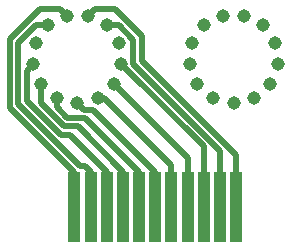
<source format=gbr>
G04 #@! TF.GenerationSoftware,KiCad,Pcbnew,(5.1.5)-3*
G04 #@! TF.CreationDate,2021-12-20T00:35:23-08:00*
G04 #@! TF.ProjectId,tube_holder,74756265-5f68-46f6-9c64-65722e6b6963,rev?*
G04 #@! TF.SameCoordinates,Original*
G04 #@! TF.FileFunction,Copper,L1,Top*
G04 #@! TF.FilePolarity,Positive*
%FSLAX46Y46*%
G04 Gerber Fmt 4.6, Leading zero omitted, Abs format (unit mm)*
G04 Created by KiCad (PCBNEW (5.1.5)-3) date 2021-12-20 00:35:23*
%MOMM*%
%LPD*%
G04 APERTURE LIST*
%ADD10C,1.137920*%
%ADD11R,1.000000X6.000000*%
%ADD12C,0.508000*%
G04 APERTURE END LIST*
D10*
X201639680Y-48281340D03*
X194619120Y-48281340D03*
X198129400Y-53366420D03*
X195040760Y-51743360D03*
X194403220Y-50064420D03*
X201218040Y-51743360D03*
X197232780Y-45967400D03*
X199026020Y-45967400D03*
X200618600Y-46803060D03*
X201855580Y-50064420D03*
X195640200Y-46803060D03*
X199871840Y-52934620D03*
X196386960Y-52934620D03*
D11*
X197876800Y-62142120D03*
X199246800Y-62142120D03*
X200616800Y-62142120D03*
X201986800Y-62142120D03*
X203356800Y-62142120D03*
X204726800Y-62142120D03*
X206096800Y-62142120D03*
X207466800Y-62142120D03*
X208836800Y-62142120D03*
X210206800Y-62142120D03*
X211576800Y-62142120D03*
D10*
X214860380Y-48281340D03*
X207839820Y-48281340D03*
X211350100Y-53366420D03*
X208261460Y-51743360D03*
X207623920Y-50064420D03*
X214438740Y-51743360D03*
X210453480Y-45967400D03*
X212246720Y-45967400D03*
X213839300Y-46803060D03*
X215076280Y-50064420D03*
X208860900Y-46803060D03*
X213092540Y-52934620D03*
X209607660Y-52934620D03*
D12*
X198698359Y-53935379D02*
X198129400Y-53366420D01*
X199467261Y-53935379D02*
X198698359Y-53935379D01*
X204726800Y-62142120D02*
X204726800Y-59194918D01*
X204726800Y-59194918D02*
X199467261Y-53935379D01*
X195040760Y-53394327D02*
X195040760Y-52547990D01*
X196997832Y-55351399D02*
X195040760Y-53394327D01*
X195040760Y-52547990D02*
X195040760Y-51743360D01*
X198143281Y-55351399D02*
X196997832Y-55351399D01*
X201986800Y-62142120D02*
X201986800Y-59194918D01*
X201986800Y-59194918D02*
X198143281Y-55351399D01*
X193834261Y-53189105D02*
X193834261Y-50633379D01*
X196704565Y-56059409D02*
X193834261Y-53189105D01*
X193834261Y-50633379D02*
X194403220Y-50064420D01*
X197481291Y-56059409D02*
X196704565Y-56059409D01*
X200616800Y-62142120D02*
X200616800Y-59194918D01*
X200616800Y-59194918D02*
X197481291Y-56059409D01*
X207466800Y-57992120D02*
X201218040Y-51743360D01*
X207466800Y-62142120D02*
X207466800Y-57992120D01*
X194986759Y-45398441D02*
X196663821Y-45398441D01*
X196663821Y-45398441D02*
X197232780Y-45967400D01*
X192418241Y-47966959D02*
X194986759Y-45398441D01*
X192418241Y-53775639D02*
X192418241Y-47966959D01*
X197876800Y-59234198D02*
X192418241Y-53775639D01*
X197876800Y-62142120D02*
X197876800Y-59234198D01*
X199594979Y-45398441D02*
X199026020Y-45967400D01*
X211576800Y-62142120D02*
X211576800Y-57783088D01*
X211576800Y-57783088D02*
X203586551Y-49792839D01*
X203586551Y-49792839D02*
X203586551Y-47712951D01*
X203586551Y-47712951D02*
X201272041Y-45398441D01*
X201272041Y-45398441D02*
X199594979Y-45398441D01*
X201423230Y-46803060D02*
X200618600Y-46803060D01*
X201675383Y-46803060D02*
X201423230Y-46803060D01*
X210206800Y-62142120D02*
X210206800Y-57414364D01*
X202878541Y-48006218D02*
X201675383Y-46803060D01*
X202878541Y-50086105D02*
X202878541Y-48006218D01*
X210206800Y-57414364D02*
X202878541Y-50086105D01*
X208836800Y-57045640D02*
X201855580Y-50064420D01*
X208836800Y-62142120D02*
X208836800Y-57045640D01*
X194583417Y-46803060D02*
X194835570Y-46803060D01*
X193126251Y-48260226D02*
X194583417Y-46803060D01*
X193126251Y-53482372D02*
X193126251Y-48260226D01*
X194835570Y-46803060D02*
X195640200Y-46803060D01*
X198331998Y-58688119D02*
X193126251Y-53482372D01*
X199246800Y-62142120D02*
X199246800Y-59194918D01*
X199246800Y-59194918D02*
X198740001Y-58688119D01*
X198740001Y-58688119D02*
X198331998Y-58688119D01*
X206096800Y-58634120D02*
X200397300Y-52934620D01*
X200397300Y-52934620D02*
X199871840Y-52934620D01*
X206096800Y-62142120D02*
X206096800Y-58634120D01*
X197291099Y-54643389D02*
X196386960Y-53739250D01*
X196386960Y-53739250D02*
X196386960Y-52934620D01*
X198805271Y-54643389D02*
X197291099Y-54643389D01*
X203356800Y-62142120D02*
X203356800Y-59194918D01*
X203356800Y-59194918D02*
X198805271Y-54643389D01*
M02*

</source>
